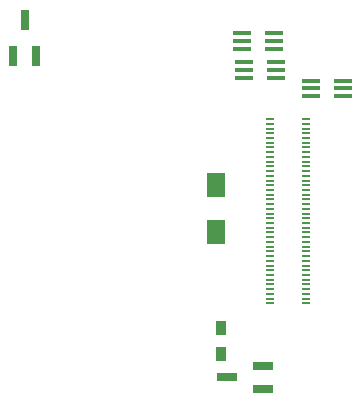
<source format=gtp>
G04 #@! TF.FileFunction,Paste,Top*
%FSLAX46Y46*%
G04 Gerber Fmt 4.6, Leading zero omitted, Abs format (unit mm)*
G04 Created by KiCad (PCBNEW 4.0.1-stable) date Tuesday, April 12, 2016 'PMt' 11:24:06 PM*
%MOMM*%
G01*
G04 APERTURE LIST*
%ADD10C,0.100000*%
%ADD11R,1.501140X0.398780*%
%ADD12R,1.600000X2.000000*%
%ADD13R,1.800860X0.800100*%
%ADD14R,0.800100X1.800860*%
%ADD15R,0.900000X1.200000*%
%ADD16R,0.700000X0.200000*%
G04 APERTURE END LIST*
D10*
D11*
X158461920Y-94250000D03*
X158461920Y-93599760D03*
X158461920Y-92949520D03*
X155800000Y-92949520D03*
X155800000Y-93599760D03*
X155800000Y-94250000D03*
X164300000Y-98250000D03*
X164300000Y-97599760D03*
X164300000Y-96949520D03*
X161638080Y-96949520D03*
X161638080Y-97599760D03*
X161638080Y-98250000D03*
X158611920Y-96700000D03*
X158611920Y-96049760D03*
X158611920Y-95399520D03*
X155950000Y-95399520D03*
X155950000Y-96049760D03*
X155950000Y-96700000D03*
D12*
X153525000Y-109750000D03*
X153525000Y-105750000D03*
D13*
X157525000Y-123025000D03*
X157525000Y-121125000D03*
X154522720Y-122075000D03*
D14*
X136400000Y-94826140D03*
X138300000Y-94826140D03*
X137350000Y-91823860D03*
D15*
X153950000Y-117850000D03*
X153950000Y-120050000D03*
D16*
X161190000Y-100200000D03*
X161190000Y-100600000D03*
X161190000Y-101000000D03*
X161190000Y-101400000D03*
X161190000Y-101800000D03*
X161190000Y-102200000D03*
X161190000Y-102600000D03*
X161190000Y-103000000D03*
X161190000Y-103400000D03*
X161190000Y-103800000D03*
X161190000Y-107800000D03*
X161190000Y-107400000D03*
X161190000Y-107000000D03*
X161190000Y-106600000D03*
X161190000Y-106200000D03*
X161190000Y-105800000D03*
X161190000Y-105400000D03*
X161190000Y-105000000D03*
X161190000Y-104600000D03*
X161190000Y-104200000D03*
X161190000Y-108200000D03*
X161190000Y-108600000D03*
X161190000Y-109000000D03*
X161190000Y-109400000D03*
X161190000Y-109800000D03*
X161190000Y-110200000D03*
X161190000Y-110600000D03*
X161190000Y-111000000D03*
X161190000Y-111400000D03*
X161190000Y-111800000D03*
X161190000Y-115800000D03*
X161190000Y-115400000D03*
X161190000Y-115000000D03*
X161190000Y-114600000D03*
X161190000Y-114200000D03*
X161190000Y-113800000D03*
X161190000Y-113400000D03*
X161190000Y-113000000D03*
X161190000Y-112600000D03*
X161190000Y-112200000D03*
X158110000Y-112200000D03*
X158110000Y-112600000D03*
X158110000Y-113000000D03*
X158110000Y-113400000D03*
X158110000Y-113800000D03*
X158110000Y-114200000D03*
X158110000Y-114600000D03*
X158110000Y-115000000D03*
X158110000Y-115400000D03*
X158110000Y-115800000D03*
X158110000Y-111800000D03*
X158110000Y-111400000D03*
X158110000Y-111000000D03*
X158110000Y-110600000D03*
X158110000Y-110200000D03*
X158110000Y-109800000D03*
X158110000Y-109400000D03*
X158110000Y-109000000D03*
X158110000Y-108600000D03*
X158110000Y-108200000D03*
X158110000Y-104200000D03*
X158110000Y-104600000D03*
X158110000Y-105000000D03*
X158110000Y-105400000D03*
X158110000Y-105800000D03*
X158110000Y-106200000D03*
X158110000Y-106600000D03*
X158110000Y-107000000D03*
X158110000Y-107400000D03*
X158110000Y-107800000D03*
X158110000Y-103800000D03*
X158110000Y-103400000D03*
X158110000Y-103000000D03*
X158110000Y-102600000D03*
X158110000Y-102200000D03*
X158110000Y-101800000D03*
X158110000Y-101400000D03*
X158110000Y-101000000D03*
X158110000Y-100600000D03*
X158110000Y-100200000D03*
M02*

</source>
